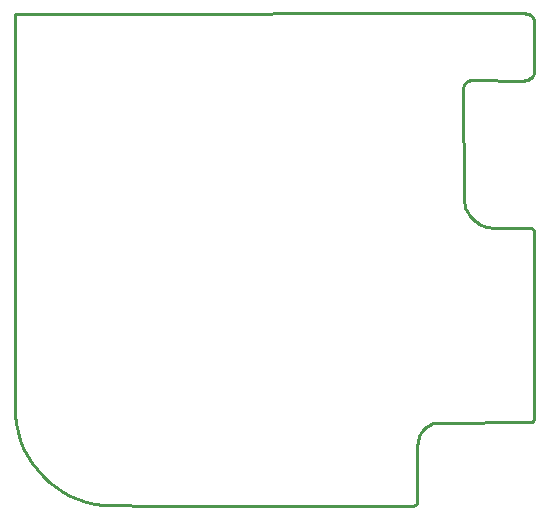
<source format=gbr>
G04 EAGLE Gerber RS-274X export*
G75*
%MOMM*%
%FSLAX34Y34*%
%LPD*%
%IN*%
%IPPOS*%
%AMOC8*
5,1,8,0,0,1.08239X$1,22.5*%
G01*
%ADD10C,0.254000*%


D10*
X6857Y131038D02*
X7100Y123809D01*
X7971Y116628D01*
X9465Y109550D01*
X11569Y102630D01*
X14269Y95920D01*
X17544Y89470D01*
X21368Y83330D01*
X25713Y77547D01*
X30546Y72165D01*
X35829Y67225D01*
X41522Y62763D01*
X47583Y58815D01*
X53965Y55410D01*
X60619Y52574D01*
X67495Y50329D01*
X74540Y48692D01*
X81702Y47675D01*
X88925Y47286D01*
X121938Y46550D01*
X144690Y46579D01*
X343534Y46579D01*
X343932Y46607D01*
X344326Y46671D01*
X344712Y46768D01*
X345089Y46898D01*
X345453Y47061D01*
X345802Y47255D01*
X346132Y47478D01*
X346441Y47730D01*
X346728Y48007D01*
X346989Y48309D01*
X347223Y48632D01*
X347427Y48974D01*
X347602Y49333D01*
X347744Y49705D01*
X347853Y50089D01*
X347929Y50480D01*
X347970Y50877D01*
X347976Y51276D01*
X347976Y97998D01*
X347997Y99630D01*
X348160Y101254D01*
X348465Y102858D01*
X348908Y104430D01*
X349486Y105956D01*
X350195Y107427D01*
X351030Y108830D01*
X351983Y110155D01*
X353049Y111392D01*
X354218Y112531D01*
X355482Y113564D01*
X356831Y114483D01*
X358256Y115281D01*
X359744Y115952D01*
X361285Y116490D01*
X362868Y116892D01*
X364479Y117155D01*
X366107Y117276D01*
X443266Y117340D01*
X443635Y117400D01*
X443998Y117492D01*
X444351Y117616D01*
X444691Y117770D01*
X445018Y117953D01*
X445326Y118164D01*
X445616Y118401D01*
X445883Y118662D01*
X446127Y118946D01*
X446346Y119249D01*
X446536Y119571D01*
X446699Y119908D01*
X446831Y120258D01*
X446932Y120618D01*
X447001Y120985D01*
X447038Y121357D01*
X447043Y121731D01*
X447015Y122104D01*
X447012Y278147D01*
X446965Y278536D01*
X446883Y278919D01*
X446769Y279293D01*
X446623Y279656D01*
X446445Y280005D01*
X446238Y280337D01*
X446003Y280649D01*
X445741Y280940D01*
X445455Y281207D01*
X445146Y281448D01*
X444818Y281661D01*
X444473Y281845D01*
X444113Y281998D01*
X443740Y282119D01*
X443359Y282208D01*
X442972Y282262D01*
X442581Y282283D01*
X442190Y282269D01*
X412926Y282269D01*
X410669Y282368D01*
X408430Y282663D01*
X406225Y283151D01*
X404071Y283831D01*
X401984Y284695D01*
X399980Y285738D01*
X398075Y286952D01*
X396283Y288327D01*
X394618Y289853D01*
X393092Y291518D01*
X391717Y293310D01*
X390503Y295215D01*
X389460Y297219D01*
X388596Y299305D01*
X387917Y301460D01*
X387428Y303665D01*
X387133Y305904D01*
X387034Y308161D01*
X386778Y400758D01*
X386865Y401357D01*
X387004Y401945D01*
X387194Y402519D01*
X387433Y403075D01*
X387719Y403607D01*
X388051Y404112D01*
X388426Y404587D01*
X388841Y405027D01*
X389292Y405429D01*
X389777Y405791D01*
X390291Y406108D01*
X390831Y406380D01*
X391393Y406604D01*
X391972Y406777D01*
X392564Y406900D01*
X393165Y406971D01*
X393769Y406989D01*
X394373Y406954D01*
X437541Y406890D01*
X438319Y406874D01*
X439095Y406926D01*
X439864Y407045D01*
X440620Y407231D01*
X441356Y407482D01*
X442068Y407796D01*
X442750Y408171D01*
X443396Y408604D01*
X444003Y409092D01*
X444564Y409630D01*
X445076Y410216D01*
X445536Y410844D01*
X445939Y411510D01*
X446282Y412208D01*
X446563Y412933D01*
X446780Y413681D01*
X446931Y414444D01*
X447015Y415217D01*
X447015Y456157D01*
X446939Y456853D01*
X446803Y457539D01*
X446607Y458212D01*
X446354Y458864D01*
X446045Y459492D01*
X445682Y460091D01*
X445268Y460656D01*
X444807Y461182D01*
X444301Y461666D01*
X443756Y462105D01*
X443174Y462494D01*
X442560Y462831D01*
X441920Y463113D01*
X441257Y463339D01*
X440577Y463506D01*
X439885Y463612D01*
X439187Y463659D01*
X438487Y463644D01*
X9040Y463257D01*
X8866Y463267D01*
X8692Y463261D01*
X8519Y463240D01*
X8349Y463204D01*
X8182Y463154D01*
X8020Y463089D01*
X7865Y463010D01*
X7717Y462918D01*
X7578Y462813D01*
X7448Y462697D01*
X7329Y462570D01*
X7221Y462433D01*
X7126Y462287D01*
X7044Y462133D01*
X6976Y461973D01*
X6922Y461808D01*
X6882Y461638D01*
X6857Y461466D01*
X6857Y131038D01*
M02*

</source>
